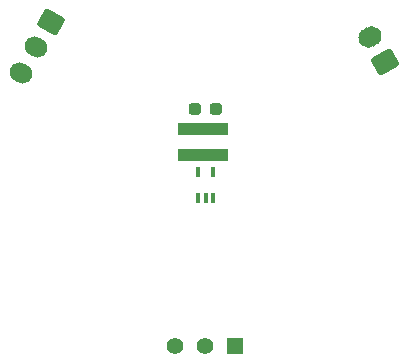
<source format=gbr>
%TF.GenerationSoftware,KiCad,Pcbnew,(6.0.8-1)-1*%
%TF.CreationDate,2022-11-15T12:33:47-05:00*%
%TF.ProjectId,Untitled,556e7469-746c-4656-942e-6b696361645f,rev?*%
%TF.SameCoordinates,Original*%
%TF.FileFunction,Soldermask,Top*%
%TF.FilePolarity,Negative*%
%FSLAX46Y46*%
G04 Gerber Fmt 4.6, Leading zero omitted, Abs format (unit mm)*
G04 Created by KiCad (PCBNEW (6.0.8-1)-1) date 2022-11-15 12:33:47*
%MOMM*%
%LPD*%
G01*
G04 APERTURE LIST*
G04 Aperture macros list*
%AMRoundRect*
0 Rectangle with rounded corners*
0 $1 Rounding radius*
0 $2 $3 $4 $5 $6 $7 $8 $9 X,Y pos of 4 corners*
0 Add a 4 corners polygon primitive as box body*
4,1,4,$2,$3,$4,$5,$6,$7,$8,$9,$2,$3,0*
0 Add four circle primitives for the rounded corners*
1,1,$1+$1,$2,$3*
1,1,$1+$1,$4,$5*
1,1,$1+$1,$6,$7*
1,1,$1+$1,$8,$9*
0 Add four rect primitives between the rounded corners*
20,1,$1+$1,$2,$3,$4,$5,0*
20,1,$1+$1,$4,$5,$6,$7,0*
20,1,$1+$1,$6,$7,$8,$9,0*
20,1,$1+$1,$8,$9,$2,$3,0*%
%AMHorizOval*
0 Thick line with rounded ends*
0 $1 width*
0 $2 $3 position (X,Y) of the first rounded end (center of the circle)*
0 $4 $5 position (X,Y) of the second rounded end (center of the circle)*
0 Add line between two ends*
20,1,$1,$2,$3,$4,$5,0*
0 Add two circle primitives to create the rounded ends*
1,1,$1,$2,$3*
1,1,$1,$4,$5*%
G04 Aperture macros list end*
%ADD10RoundRect,0.250000X-0.327868X0.882115X-0.927868X-0.157115X0.327868X-0.882115X0.927868X0.157115X0*%
%ADD11HorizOval,1.700000X-0.108253X0.062500X0.108253X-0.062500X0*%
%ADD12HorizOval,1.700000X0.129904X0.075000X-0.129904X-0.075000X0*%
%ADD13RoundRect,0.250000X0.949519X-0.144615X0.349519X0.894615X-0.949519X0.144615X-0.349519X-0.894615X0*%
%ADD14RoundRect,0.237500X-0.287500X-0.237500X0.287500X-0.237500X0.287500X0.237500X-0.287500X0.237500X0*%
%ADD15RoundRect,0.087500X-0.087500X-0.337500X0.087500X-0.337500X0.087500X0.337500X-0.087500X0.337500X0*%
%ADD16R,4.300000X1.100000*%
%ADD17R,1.397000X1.397000*%
%ADD18C,1.397000*%
G04 APERTURE END LIST*
D10*
%TO.C,REF\u002A\u002A*%
X90600000Y-47800000D03*
D11*
X89350000Y-49965064D03*
X88100000Y-52130127D03*
%TD*%
D12*
%TO.C,REF\u002A\u002A*%
X117629664Y-49054968D03*
D13*
X118879664Y-51220032D03*
%TD*%
D14*
%TO.C,REF\u002A\u002A*%
X102865000Y-55200000D03*
X104615000Y-55200000D03*
%TD*%
D15*
%TO.C,*%
X103090000Y-62700000D03*
%TD*%
%TO.C,REF\u002A\u002A*%
X103090000Y-62700000D03*
X103740000Y-62700000D03*
X104390000Y-62700000D03*
X104390000Y-60500000D03*
X103090000Y-60500000D03*
%TD*%
%TO.C,*%
X103090000Y-60500000D03*
%TD*%
D16*
%TO.C,REF\u002A\u002A*%
X103490000Y-56910000D03*
X103490000Y-59110000D03*
%TD*%
D17*
%TO.C,REF\u002A\u002A*%
X106187500Y-75250100D03*
D18*
X103647500Y-75250100D03*
X101107500Y-75250100D03*
%TD*%
M02*

</source>
